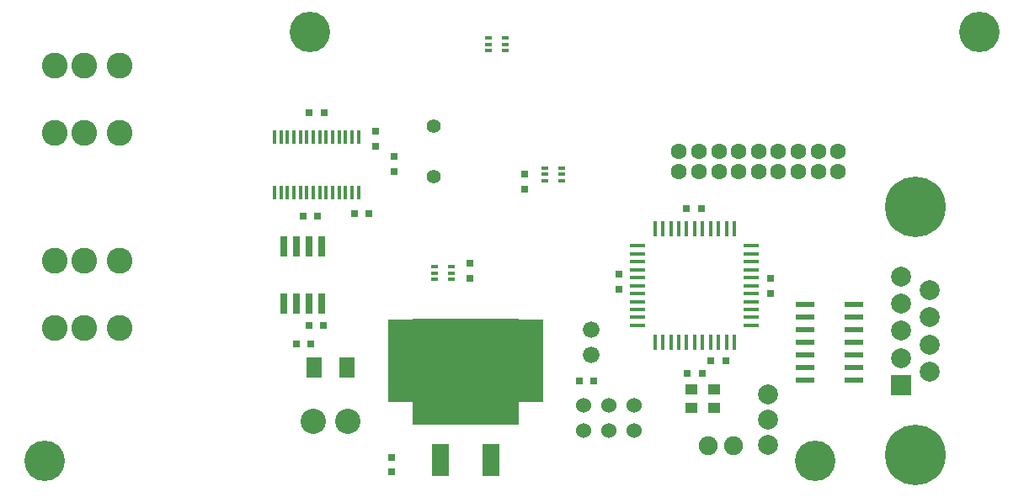
<source format=gts>
G04 (created by PCBNEW (2013-04-19 BZR 4011)-stable) date 23/05/2013 19:48:57*
%MOIN*%
G04 Gerber Fmt 3.4, Leading zero omitted, Abs format*
%FSLAX34Y34*%
G01*
G70*
G90*
G04 APERTURE LIST*
%ADD10C,0.006*%
%ADD11R,0.0165X0.0579*%
%ADD12R,0.06X0.016*%
%ADD13R,0.016X0.06*%
%ADD14C,0.1*%
%ADD15R,0.0311024X0.0118*%
%ADD16R,0.026X0.08*%
%ADD17R,0.078X0.021*%
%ADD18R,0.06X0.08*%
%ADD19R,0.031X0.03*%
%ADD20R,0.03X0.031*%
%ADD21C,0.079*%
%ADD22C,0.075*%
%ADD23C,0.066*%
%ADD24C,0.056*%
%ADD25C,0.24*%
%ADD26R,0.079X0.079*%
%ADD27R,0.1X0.33*%
%ADD28R,0.065X0.13*%
%ADD29R,0.42X0.42*%
%ADD30C,0.102362*%
%ADD31R,0.0511811X0.0413386*%
%ADD32C,0.06*%
%ADD33C,0.16*%
%ADD34C,0.063*%
G04 APERTURE END LIST*
G54D10*
G54D11*
X79648Y-69778D03*
X79392Y-69778D03*
X79136Y-69778D03*
X78880Y-69778D03*
X80412Y-71980D03*
X80416Y-69778D03*
X80160Y-69778D03*
X79904Y-69778D03*
X78624Y-71982D03*
X78880Y-71982D03*
X79136Y-71982D03*
X79392Y-71982D03*
X79648Y-71982D03*
X79904Y-71982D03*
X78624Y-69778D03*
X80160Y-71980D03*
X80672Y-69778D03*
X78368Y-69778D03*
X78368Y-71982D03*
X80672Y-71982D03*
X80927Y-69778D03*
X78113Y-69778D03*
X78113Y-71982D03*
X80927Y-71982D03*
X81183Y-69778D03*
X77857Y-69778D03*
X77857Y-71982D03*
X81183Y-71982D03*
G54D12*
X92240Y-75670D03*
X92240Y-75985D03*
X92240Y-76300D03*
X92240Y-76615D03*
X92240Y-76930D03*
X92240Y-77245D03*
X92240Y-75355D03*
X92240Y-75040D03*
X92240Y-74725D03*
X92240Y-74410D03*
X92240Y-74095D03*
X96740Y-75670D03*
X96740Y-75985D03*
X96740Y-76300D03*
X96740Y-76615D03*
X96740Y-76930D03*
X96740Y-77245D03*
X96740Y-75355D03*
X96740Y-75040D03*
X96740Y-74725D03*
X96740Y-74410D03*
X96740Y-74095D03*
G54D13*
X94490Y-77920D03*
X94490Y-73420D03*
X94805Y-77920D03*
X94805Y-73420D03*
X95120Y-73420D03*
X95120Y-77920D03*
X95435Y-77920D03*
X95435Y-73420D03*
X95750Y-73420D03*
X95750Y-77920D03*
X96065Y-77920D03*
X96065Y-73420D03*
X94175Y-73420D03*
X94175Y-77920D03*
X93860Y-77920D03*
X93860Y-73420D03*
X93545Y-73420D03*
X93545Y-77920D03*
X93230Y-77920D03*
X93230Y-73420D03*
X92915Y-73420D03*
X92915Y-77920D03*
G54D14*
X79390Y-81060D03*
X80770Y-81060D03*
G54D15*
X86319Y-66365D03*
X86319Y-66110D03*
X86319Y-65854D03*
X86980Y-65854D03*
X86980Y-66110D03*
X86980Y-66365D03*
X84860Y-74914D03*
X84860Y-75170D03*
X84860Y-75425D03*
X84199Y-75425D03*
X84199Y-75170D03*
X84199Y-74914D03*
X88559Y-71515D03*
X88559Y-71260D03*
X88559Y-71004D03*
X89220Y-71004D03*
X89220Y-71260D03*
X89220Y-71515D03*
G54D16*
X78220Y-76380D03*
X78720Y-76380D03*
X79220Y-76380D03*
X79720Y-76380D03*
X78220Y-74130D03*
X78720Y-74130D03*
X79220Y-74130D03*
X79720Y-74130D03*
G54D17*
X98860Y-76400D03*
X98860Y-76900D03*
X98860Y-77400D03*
X98860Y-77900D03*
X98860Y-78400D03*
X98860Y-78900D03*
X98860Y-79400D03*
X100800Y-79400D03*
X100800Y-78900D03*
X100800Y-78400D03*
X100800Y-77900D03*
X100800Y-77400D03*
X100800Y-76900D03*
X100800Y-76400D03*
G54D18*
X80720Y-78920D03*
X79420Y-78920D03*
G54D19*
X97510Y-75985D03*
X97510Y-75395D03*
G54D20*
X94765Y-72620D03*
X94175Y-72620D03*
X79815Y-68800D03*
X79225Y-68800D03*
X81015Y-72830D03*
X81605Y-72830D03*
X78985Y-72930D03*
X79575Y-72930D03*
X79215Y-77240D03*
X79805Y-77240D03*
X78715Y-77980D03*
X79305Y-77980D03*
G54D19*
X82610Y-70565D03*
X82610Y-71155D03*
X81860Y-70155D03*
X81860Y-69565D03*
X82500Y-82475D03*
X82500Y-83065D03*
X91480Y-75215D03*
X91480Y-75805D03*
X87760Y-71265D03*
X87760Y-71855D03*
X85610Y-75375D03*
X85610Y-74785D03*
G54D20*
X89915Y-79440D03*
X90505Y-79440D03*
X94785Y-79160D03*
X94195Y-79160D03*
X95135Y-78640D03*
X95725Y-78640D03*
G54D21*
X97390Y-79970D03*
X97390Y-80970D03*
X97390Y-81970D03*
G54D22*
X96020Y-82010D03*
X95020Y-82010D03*
G54D23*
X90380Y-77400D03*
X90380Y-78400D03*
G54D24*
X84150Y-69340D03*
X84150Y-71340D03*
G54D25*
X103220Y-82380D03*
X103220Y-72540D03*
G54D26*
X102660Y-79620D03*
G54D21*
X102660Y-78540D03*
X102660Y-77460D03*
X102660Y-76380D03*
X102660Y-75300D03*
X103780Y-75840D03*
X103780Y-76920D03*
X103780Y-78000D03*
X103780Y-79080D03*
G54D27*
X88010Y-78640D03*
X82870Y-78640D03*
G54D28*
X84440Y-82590D03*
G54D29*
X85440Y-79090D03*
G54D28*
X86440Y-82590D03*
G54D30*
X69172Y-74671D03*
X69172Y-77348D03*
X70314Y-77348D03*
X71732Y-77348D03*
X70314Y-74671D03*
X71732Y-74671D03*
X69172Y-66951D03*
X69172Y-69628D03*
X70314Y-69628D03*
X71732Y-69628D03*
X70314Y-66951D03*
X71732Y-66951D03*
G54D31*
X95272Y-80504D03*
X95272Y-79775D03*
X94367Y-80504D03*
X94367Y-79775D03*
G54D32*
X92110Y-80410D03*
X92110Y-81410D03*
X91110Y-80410D03*
X91110Y-81410D03*
X90110Y-80410D03*
X90110Y-81410D03*
G54D33*
X99260Y-82620D03*
G54D34*
X100170Y-71140D03*
X99380Y-71140D03*
X98590Y-71140D03*
X97810Y-71140D03*
X97020Y-71140D03*
X96240Y-71140D03*
X95450Y-71140D03*
X94660Y-71140D03*
X93870Y-71140D03*
X100170Y-70340D03*
X99380Y-70340D03*
X98590Y-70340D03*
X97810Y-70340D03*
X97020Y-70340D03*
X96240Y-70340D03*
X95450Y-70340D03*
X94660Y-70340D03*
X93870Y-70340D03*
G54D33*
X68760Y-82620D03*
X79260Y-65620D03*
X105760Y-65620D03*
M02*

</source>
